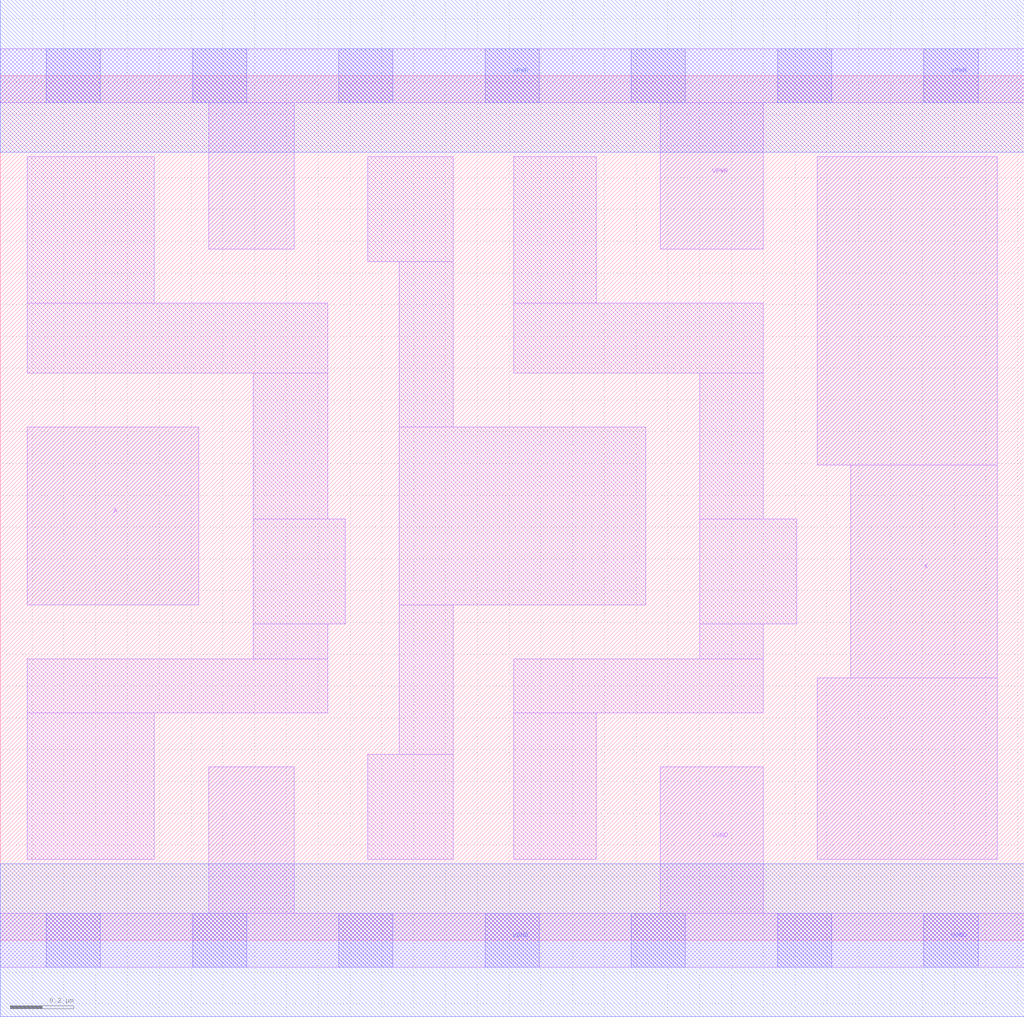
<source format=lef>
# Copyright 2020 The SkyWater PDK Authors
#
# Licensed under the Apache License, Version 2.0 (the "License");
# you may not use this file except in compliance with the License.
# You may obtain a copy of the License at
#
#     https://www.apache.org/licenses/LICENSE-2.0
#
# Unless required by applicable law or agreed to in writing, software
# distributed under the License is distributed on an "AS IS" BASIS,
# WITHOUT WARRANTIES OR CONDITIONS OF ANY KIND, either express or implied.
# See the License for the specific language governing permissions and
# limitations under the License.
#
# SPDX-License-Identifier: Apache-2.0

VERSION 5.7 ;
  NAMESCASESENSITIVE ON ;
  NOWIREEXTENSIONATPIN ON ;
  DIVIDERCHAR "/" ;
  BUSBITCHARS "[]" ;
UNITS
  DATABASE MICRONS 200 ;
END UNITS
MACRO sky130_fd_sc_hd__dlygate4sd2_1
  CLASS CORE ;
  SOURCE USER ;
  FOREIGN sky130_fd_sc_hd__dlygate4sd2_1 ;
  ORIGIN  0.000000  0.000000 ;
  SIZE  3.220000 BY  2.720000 ;
  SYMMETRY X Y R90 ;
  SITE unithd ;
  PIN A
    ANTENNAGATEAREA  0.126000 ;
    DIRECTION INPUT ;
    USE SIGNAL ;
    PORT
      LAYER li1 ;
        RECT 0.085000 1.055000 0.625000 1.615000 ;
    END
  END A
  PIN X
    ANTENNADIFFAREA  0.429000 ;
    DIRECTION OUTPUT ;
    USE SIGNAL ;
    PORT
      LAYER li1 ;
        RECT 2.570000 0.255000 3.135000 0.825000 ;
        RECT 2.570000 1.495000 3.135000 2.465000 ;
        RECT 2.675000 0.825000 3.135000 1.495000 ;
    END
  END X
  PIN VGND
    DIRECTION INOUT ;
    SHAPE ABUTMENT ;
    USE GROUND ;
    PORT
      LAYER li1 ;
        RECT 0.000000 -0.085000 3.220000 0.085000 ;
        RECT 0.655000  0.085000 0.925000 0.545000 ;
        RECT 2.075000  0.085000 2.400000 0.545000 ;
      LAYER mcon ;
        RECT 0.145000 -0.085000 0.315000 0.085000 ;
        RECT 0.605000 -0.085000 0.775000 0.085000 ;
        RECT 1.065000 -0.085000 1.235000 0.085000 ;
        RECT 1.525000 -0.085000 1.695000 0.085000 ;
        RECT 1.985000 -0.085000 2.155000 0.085000 ;
        RECT 2.445000 -0.085000 2.615000 0.085000 ;
        RECT 2.905000 -0.085000 3.075000 0.085000 ;
      LAYER met1 ;
        RECT 0.000000 -0.240000 3.220000 0.240000 ;
    END
  END VGND
  PIN VPWR
    DIRECTION INOUT ;
    SHAPE ABUTMENT ;
    USE POWER ;
    PORT
      LAYER li1 ;
        RECT 0.000000 2.635000 3.220000 2.805000 ;
        RECT 0.655000 2.175000 0.925000 2.635000 ;
        RECT 2.075000 2.175000 2.400000 2.635000 ;
      LAYER mcon ;
        RECT 0.145000 2.635000 0.315000 2.805000 ;
        RECT 0.605000 2.635000 0.775000 2.805000 ;
        RECT 1.065000 2.635000 1.235000 2.805000 ;
        RECT 1.525000 2.635000 1.695000 2.805000 ;
        RECT 1.985000 2.635000 2.155000 2.805000 ;
        RECT 2.445000 2.635000 2.615000 2.805000 ;
        RECT 2.905000 2.635000 3.075000 2.805000 ;
      LAYER met1 ;
        RECT 0.000000 2.480000 3.220000 2.960000 ;
    END
  END VPWR
  OBS
    LAYER li1 ;
      RECT 0.085000 0.255000 0.485000 0.715000 ;
      RECT 0.085000 0.715000 1.030000 0.885000 ;
      RECT 0.085000 1.785000 1.030000 2.005000 ;
      RECT 0.085000 2.005000 0.485000 2.465000 ;
      RECT 0.795000 0.885000 1.030000 0.995000 ;
      RECT 0.795000 0.995000 1.085000 1.325000 ;
      RECT 0.795000 1.325000 1.030000 1.785000 ;
      RECT 1.155000 0.255000 1.425000 0.585000 ;
      RECT 1.155000 2.135000 1.425000 2.465000 ;
      RECT 1.255000 0.585000 1.425000 1.055000 ;
      RECT 1.255000 1.055000 2.030000 1.615000 ;
      RECT 1.255000 1.615000 1.425000 2.135000 ;
      RECT 1.615000 0.255000 1.875000 0.715000 ;
      RECT 1.615000 0.715000 2.400000 0.885000 ;
      RECT 1.615000 1.785000 2.400000 2.005000 ;
      RECT 1.615000 2.005000 1.875000 2.465000 ;
      RECT 2.200000 0.885000 2.400000 0.995000 ;
      RECT 2.200000 0.995000 2.505000 1.325000 ;
      RECT 2.200000 1.325000 2.400000 1.785000 ;
  END
END sky130_fd_sc_hd__dlygate4sd2_1
END LIBRARY

</source>
